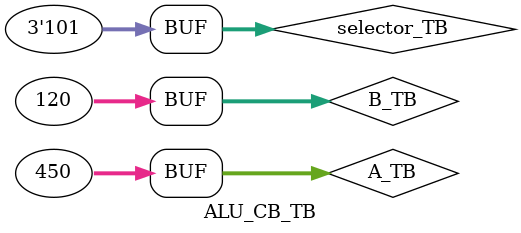
<source format=v>
`timescale 1ns/1ns

module ALU_CB_TB();

reg [31:0] A_TB;
reg [31:0] B_TB;
reg [2:0]  selector_TB;

//Salidas instancia
wire [31:0] R_TB_INST;
wire Zf_TB;

//Instancias.
Multiplexor MUL_32(.A(A_TB), .B(B_TB), .selector(selector_TB), .R(R_TB_INST), .Zf(Zf_TB));

//Banco de pruebas.
initial begin
	//Suma.
	selector_TB=3'b000;
	A_TB=32'd100;
	B_TB=32'd100;
	#100;
	//And
	selector_TB=3'b001;
	A_TB=32'd152;
	B_TB=32'd150;
	#100;
	//OR
	selector_TB=3'b010;
	A_TB=32'd120;
	B_TB=32'd452;
	#100;
	//Multiplicacion
	selector_TB=3'b011;
	A_TB=32'd80;
	B_TB=32'd120;
	#100;
	//Resta
	selector_TB=3'b100;
	A_TB=32'd123;
	B_TB=32'd69;
	#100;
	//Ternario
	selector_TB=3'b101;
	A_TB=32'd450;
	B_TB=32'd120;
	#100;
	end
endmodule

</source>
